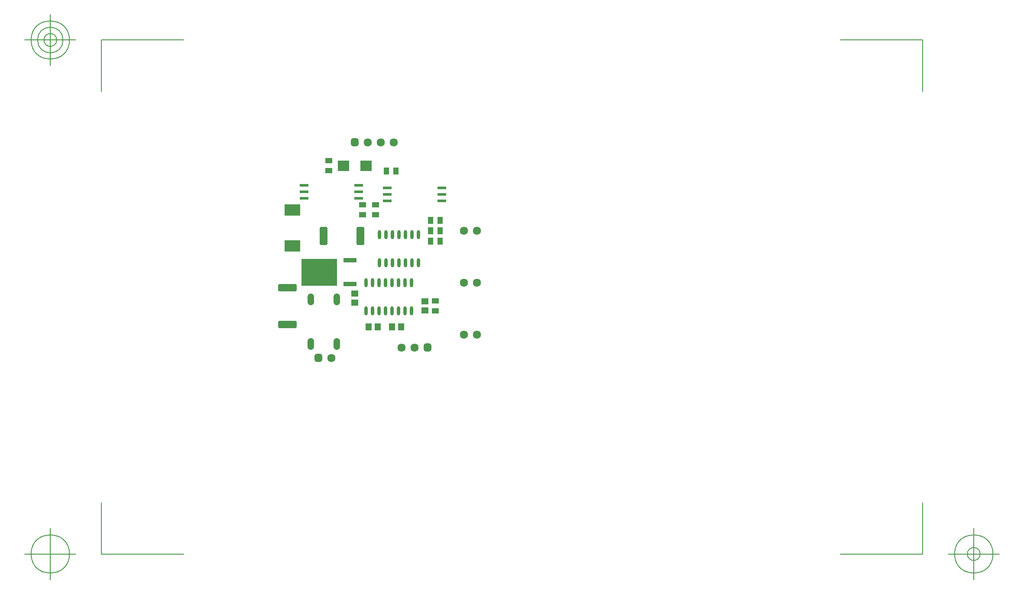
<source format=gbr>
G04 Generated by Ultiboard 13.0 *
%FSLAX34Y34*%
%MOMM*%

%ADD10C,0.0001*%
%ADD11C,0.1270*%
%ADD12R,3.0053X0.9101*%
%ADD13C,0.5928*%
%ADD14R,0.0001X1.0000*%
%ADD15C,1.3000*%
%ADD16R,0.5291X0.5291*%
%ADD17C,0.9949*%
%ADD18C,1.6088*%
%ADD19R,2.5500X0.9000*%
%ADD20R,7.0000X5.3000*%
%ADD21R,1.4500X1.1500*%
%ADD22O,0.6096X1.7780*%
%ADD23R,1.1500X1.4500*%
%ADD24R,1.4000X1.0500*%
%ADD25R,0.9101X3.0053*%
%ADD26R,3.1500X2.2000*%
%ADD27R,1.8000X0.6000*%
%ADD28R,2.2500X2.1500*%
%ADD29R,1.0500X1.4000*%


G04 ColorRGB FF00CC for the following layer *
%LNSolder Mask Top*%
%LPD*%
G54D10*
G54D11*
X-2540Y-2540D02*
X-2540Y97968D01*
X-2540Y-2540D02*
X157968Y-2540D01*
X1602540Y-2540D02*
X1442032Y-2540D01*
X1602540Y-2540D02*
X1602540Y97968D01*
X1602540Y1002540D02*
X1602540Y902032D01*
X1602540Y1002540D02*
X1442032Y1002540D01*
X-2540Y1002540D02*
X157968Y1002540D01*
X-2540Y1002540D02*
X-2540Y902032D01*
X-52540Y-2540D02*
X-152540Y-2540D01*
X-102540Y-52540D02*
X-102540Y47460D01*
X-140040Y-2540D02*
G75*
D01*
G02X-140040Y-2540I37500J0*
G01*
X1652540Y-2540D02*
X1752540Y-2540D01*
X1702540Y-52540D02*
X1702540Y47460D01*
X1665040Y-2540D02*
G75*
D01*
G02X1665040Y-2540I37500J0*
G01*
X1690040Y-2540D02*
G75*
D01*
G02X1690040Y-2540I12500J0*
G01*
X-52540Y1002540D02*
X-152540Y1002540D01*
X-102540Y952540D02*
X-102540Y1052540D01*
X-140040Y1002540D02*
G75*
D01*
G02X-140040Y1002540I37500J0*
G01*
X-127540Y1002540D02*
G75*
D01*
G02X-127540Y1002540I25000J0*
G01*
X-115040Y1002540D02*
G75*
D01*
G02X-115040Y1002540I12500J0*
G01*
G54D12*
X360680Y446617D03*
X360680Y518583D03*
G54D13*
X345654Y442067D02*
X375706Y442067D01*
X375706Y451167D01*
X345654Y451167D01*
X345654Y442067D01*D02*
X345654Y514033D02*
X375706Y514033D01*
X375706Y523133D01*
X345654Y523133D01*
X345654Y514033D01*D02*
X426827Y604734D02*
X435927Y604734D01*
X435927Y634786D01*
X426827Y634786D01*
X426827Y604734D01*D02*
X498793Y604734D02*
X507893Y604734D01*
X507893Y634786D01*
X498793Y634786D01*
X498793Y604734D01*D02*
G54D14*
X406400Y408620D03*
X457200Y408620D03*
X406400Y495620D03*
X457200Y495620D03*
G54D15*
X406400Y403620D02*
X406400Y403620D01*
X406400Y413620D01*
X406400Y413620D01*
X406400Y403620D01*D02*
X457200Y403620D02*
X457200Y403620D01*
X457200Y413620D01*
X457200Y413620D01*
X457200Y403620D01*D02*
X406400Y490620D02*
X406400Y490620D01*
X406400Y500620D01*
X406400Y500620D01*
X406400Y490620D01*D02*
X457200Y490620D02*
X457200Y490620D01*
X457200Y500620D01*
X457200Y500620D01*
X457200Y490620D01*D02*
G54D16*
X421640Y381000D03*
X635000Y401320D03*
X492760Y802640D03*
G54D17*
X418995Y378355D02*
X424285Y378355D01*
X424285Y383645D01*
X418995Y383645D01*
X418995Y378355D01*D02*
X632355Y398675D02*
X637645Y398675D01*
X637645Y403965D01*
X632355Y403965D01*
X632355Y398675D01*D02*
X490115Y799995D02*
X495405Y799995D01*
X495405Y805285D01*
X490115Y805285D01*
X490115Y799995D01*D02*
G54D18*
X447040Y381000D03*
X609600Y401320D03*
X584200Y401320D03*
X731520Y528320D03*
X706120Y528320D03*
X731520Y426720D03*
X706120Y426720D03*
X543560Y802640D03*
X518160Y802640D03*
X568960Y802640D03*
X731520Y629920D03*
X706120Y629920D03*
G54D19*
X482960Y525640D03*
X482960Y571640D03*
G54D20*
X422960Y548640D03*
G54D21*
X492760Y488840D03*
X492760Y506840D03*
X629920Y473600D03*
X629920Y491600D03*
G54D22*
X514778Y472483D03*
X527478Y472483D03*
X540178Y472483D03*
X552878Y472483D03*
X565578Y472483D03*
X578278Y472483D03*
X590978Y472483D03*
X603678Y472483D03*
X514778Y527517D03*
X527478Y527517D03*
X540178Y527517D03*
X552878Y527517D03*
X565578Y527517D03*
X578278Y527517D03*
X590978Y527517D03*
X603678Y527517D03*
X541020Y566843D03*
X553720Y566843D03*
X566420Y566843D03*
X579120Y566843D03*
X604520Y566843D03*
X591820Y566843D03*
X617220Y566843D03*
X541020Y621877D03*
X553720Y621877D03*
X566420Y621877D03*
X579120Y621877D03*
X604520Y621877D03*
X591820Y621877D03*
X617220Y621877D03*
G54D23*
X519320Y441960D03*
X537320Y441960D03*
X565040Y441960D03*
X583040Y441960D03*
G54D24*
X650240Y473100D03*
X650240Y492100D03*
X508000Y661060D03*
X508000Y680060D03*
X441960Y747420D03*
X441960Y766420D03*
X533400Y661060D03*
X533400Y680060D03*
G54D25*
X431377Y619760D03*
X503343Y619760D03*
G54D26*
X370840Y600000D03*
X370840Y670000D03*
G54D27*
X393540Y693420D03*
X393540Y706120D03*
X393540Y718820D03*
X500540Y693420D03*
X500540Y706120D03*
X500540Y718820D03*
X663100Y688340D03*
X663100Y713740D03*
X663100Y701040D03*
X556100Y701040D03*
X556100Y713740D03*
X556100Y688340D03*
G54D28*
X470760Y756920D03*
X514760Y756920D03*
G54D29*
X640740Y650240D03*
X659740Y650240D03*
X640740Y629920D03*
X659740Y629920D03*
X640740Y609600D03*
X659740Y609600D03*
X554380Y746760D03*
X573380Y746760D03*

M02*

</source>
